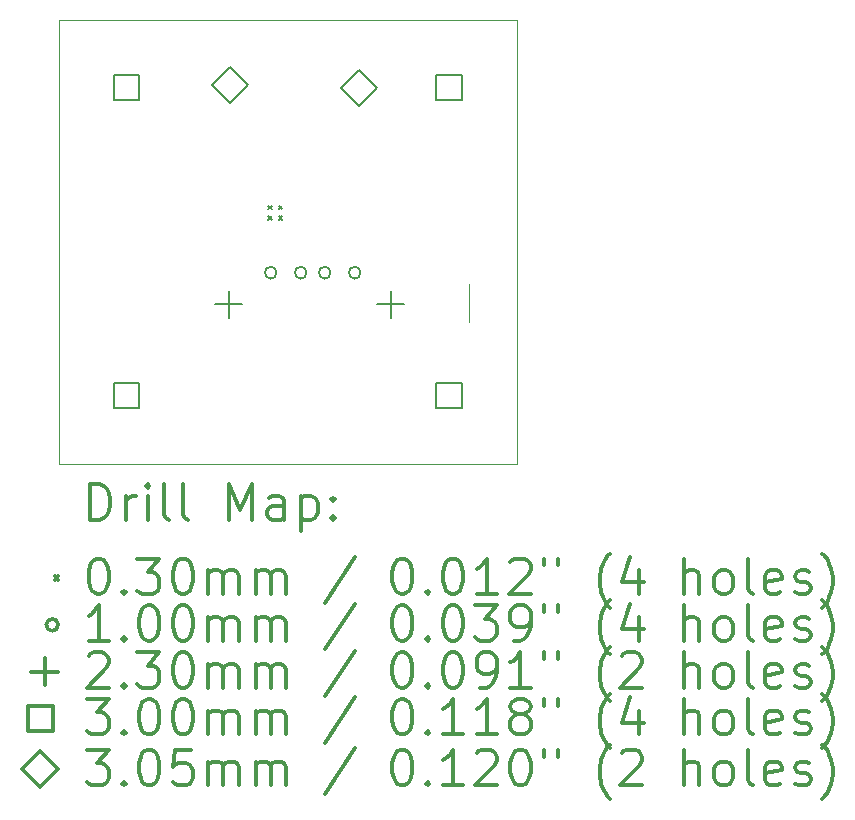
<source format=gbr>
%FSLAX45Y45*%
G04 Gerber Fmt 4.5, Leading zero omitted, Abs format (unit mm)*
G04 Created by KiCad (PCBNEW (2015-07-31 BZR 6030)-product) date Sat Sep 12 09:46:00 2015*
%MOMM*%
G01*
G04 APERTURE LIST*
%ADD10C,0.127000*%
%ADD11C,0.100000*%
%ADD12C,0.200000*%
%ADD13C,0.300000*%
G04 APERTURE END LIST*
D10*
D11*
X12507140Y-7814240D02*
X12507140Y-4055040D01*
X16383180Y-7814240D02*
X12507140Y-7814240D01*
X16383180Y-4055040D02*
X16383180Y-7814240D01*
X12507140Y-4055040D02*
X16383180Y-4055040D01*
X15979320Y-6292780D02*
X15979320Y-6610280D01*
D12*
X14279680Y-5625540D02*
X14309680Y-5655540D01*
X14309680Y-5625540D02*
X14279680Y-5655540D01*
X14279680Y-5715540D02*
X14309680Y-5745540D01*
X14309680Y-5715540D02*
X14279680Y-5745540D01*
X14369680Y-5625540D02*
X14399680Y-5655540D01*
X14399680Y-5625540D02*
X14369680Y-5655540D01*
X14369680Y-5715540D02*
X14399680Y-5745540D01*
X14399680Y-5715540D02*
X14369680Y-5745540D01*
X14351618Y-6193540D02*
G75*
G03X14351618Y-6193540I-50038J0D01*
G01*
X14605618Y-6193540D02*
G75*
G03X14605618Y-6193540I-50038J0D01*
G01*
X14808818Y-6193540D02*
G75*
G03X14808818Y-6193540I-50038J0D01*
G01*
X15062818Y-6193540D02*
G75*
G03X15062818Y-6193540I-50038J0D01*
G01*
X13945980Y-6345178D02*
X13945980Y-6575302D01*
X13830918Y-6460240D02*
X14061042Y-6460240D01*
X15317580Y-6345178D02*
X15317580Y-6575302D01*
X15202518Y-6460240D02*
X15432642Y-6460240D01*
X13187247Y-4732607D02*
X13187247Y-4520473D01*
X12975113Y-4520473D01*
X12975113Y-4732607D01*
X13187247Y-4732607D01*
X13187247Y-7336107D02*
X13187247Y-7123973D01*
X12975113Y-7123973D01*
X12975113Y-7336107D01*
X13187247Y-7336107D01*
X15917747Y-4732607D02*
X15917747Y-4520473D01*
X15705613Y-4520473D01*
X15705613Y-4732607D01*
X15917747Y-4732607D01*
X15917747Y-7336107D02*
X15917747Y-7123973D01*
X15705613Y-7123973D01*
X15705613Y-7336107D01*
X15917747Y-7336107D01*
X13958680Y-4758440D02*
X14111080Y-4606040D01*
X13958680Y-4453640D01*
X13806280Y-4606040D01*
X13958680Y-4758440D01*
X15049680Y-4778940D02*
X15202080Y-4626540D01*
X15049680Y-4474140D01*
X14897280Y-4626540D01*
X15049680Y-4778940D01*
D13*
X12773568Y-8284954D02*
X12773568Y-7984954D01*
X12844997Y-7984954D01*
X12887854Y-7999240D01*
X12916426Y-8027811D01*
X12930711Y-8056383D01*
X12944997Y-8113526D01*
X12944997Y-8156383D01*
X12930711Y-8213526D01*
X12916426Y-8242097D01*
X12887854Y-8270669D01*
X12844997Y-8284954D01*
X12773568Y-8284954D01*
X13073568Y-8284954D02*
X13073568Y-8084954D01*
X13073568Y-8142097D02*
X13087854Y-8113526D01*
X13102140Y-8099240D01*
X13130711Y-8084954D01*
X13159283Y-8084954D01*
X13259283Y-8284954D02*
X13259283Y-8084954D01*
X13259283Y-7984954D02*
X13244997Y-7999240D01*
X13259283Y-8013526D01*
X13273568Y-7999240D01*
X13259283Y-7984954D01*
X13259283Y-8013526D01*
X13444997Y-8284954D02*
X13416426Y-8270669D01*
X13402140Y-8242097D01*
X13402140Y-7984954D01*
X13602140Y-8284954D02*
X13573568Y-8270669D01*
X13559283Y-8242097D01*
X13559283Y-7984954D01*
X13944997Y-8284954D02*
X13944997Y-7984954D01*
X14044997Y-8199240D01*
X14144997Y-7984954D01*
X14144997Y-8284954D01*
X14416426Y-8284954D02*
X14416426Y-8127811D01*
X14402140Y-8099240D01*
X14373568Y-8084954D01*
X14316426Y-8084954D01*
X14287854Y-8099240D01*
X14416426Y-8270669D02*
X14387854Y-8284954D01*
X14316426Y-8284954D01*
X14287854Y-8270669D01*
X14273568Y-8242097D01*
X14273568Y-8213526D01*
X14287854Y-8184954D01*
X14316426Y-8170669D01*
X14387854Y-8170669D01*
X14416426Y-8156383D01*
X14559283Y-8084954D02*
X14559283Y-8384954D01*
X14559283Y-8099240D02*
X14587854Y-8084954D01*
X14644997Y-8084954D01*
X14673568Y-8099240D01*
X14687854Y-8113526D01*
X14702140Y-8142097D01*
X14702140Y-8227811D01*
X14687854Y-8256383D01*
X14673568Y-8270669D01*
X14644997Y-8284954D01*
X14587854Y-8284954D01*
X14559283Y-8270669D01*
X14830711Y-8256383D02*
X14844997Y-8270669D01*
X14830711Y-8284954D01*
X14816426Y-8270669D01*
X14830711Y-8256383D01*
X14830711Y-8284954D01*
X14830711Y-8099240D02*
X14844997Y-8113526D01*
X14830711Y-8127811D01*
X14816426Y-8113526D01*
X14830711Y-8099240D01*
X14830711Y-8127811D01*
X12472140Y-8764240D02*
X12502140Y-8794240D01*
X12502140Y-8764240D02*
X12472140Y-8794240D01*
X12830711Y-8614954D02*
X12859283Y-8614954D01*
X12887854Y-8629240D01*
X12902140Y-8643526D01*
X12916426Y-8672097D01*
X12930711Y-8729240D01*
X12930711Y-8800669D01*
X12916426Y-8857812D01*
X12902140Y-8886383D01*
X12887854Y-8900669D01*
X12859283Y-8914954D01*
X12830711Y-8914954D01*
X12802140Y-8900669D01*
X12787854Y-8886383D01*
X12773568Y-8857812D01*
X12759283Y-8800669D01*
X12759283Y-8729240D01*
X12773568Y-8672097D01*
X12787854Y-8643526D01*
X12802140Y-8629240D01*
X12830711Y-8614954D01*
X13059283Y-8886383D02*
X13073568Y-8900669D01*
X13059283Y-8914954D01*
X13044997Y-8900669D01*
X13059283Y-8886383D01*
X13059283Y-8914954D01*
X13173568Y-8614954D02*
X13359283Y-8614954D01*
X13259283Y-8729240D01*
X13302140Y-8729240D01*
X13330711Y-8743526D01*
X13344997Y-8757812D01*
X13359283Y-8786383D01*
X13359283Y-8857812D01*
X13344997Y-8886383D01*
X13330711Y-8900669D01*
X13302140Y-8914954D01*
X13216426Y-8914954D01*
X13187854Y-8900669D01*
X13173568Y-8886383D01*
X13544997Y-8614954D02*
X13573568Y-8614954D01*
X13602140Y-8629240D01*
X13616426Y-8643526D01*
X13630711Y-8672097D01*
X13644997Y-8729240D01*
X13644997Y-8800669D01*
X13630711Y-8857812D01*
X13616426Y-8886383D01*
X13602140Y-8900669D01*
X13573568Y-8914954D01*
X13544997Y-8914954D01*
X13516426Y-8900669D01*
X13502140Y-8886383D01*
X13487854Y-8857812D01*
X13473568Y-8800669D01*
X13473568Y-8729240D01*
X13487854Y-8672097D01*
X13502140Y-8643526D01*
X13516426Y-8629240D01*
X13544997Y-8614954D01*
X13773568Y-8914954D02*
X13773568Y-8714954D01*
X13773568Y-8743526D02*
X13787854Y-8729240D01*
X13816426Y-8714954D01*
X13859283Y-8714954D01*
X13887854Y-8729240D01*
X13902140Y-8757812D01*
X13902140Y-8914954D01*
X13902140Y-8757812D02*
X13916426Y-8729240D01*
X13944997Y-8714954D01*
X13987854Y-8714954D01*
X14016426Y-8729240D01*
X14030711Y-8757812D01*
X14030711Y-8914954D01*
X14173568Y-8914954D02*
X14173568Y-8714954D01*
X14173568Y-8743526D02*
X14187854Y-8729240D01*
X14216426Y-8714954D01*
X14259283Y-8714954D01*
X14287854Y-8729240D01*
X14302140Y-8757812D01*
X14302140Y-8914954D01*
X14302140Y-8757812D02*
X14316426Y-8729240D01*
X14344997Y-8714954D01*
X14387854Y-8714954D01*
X14416426Y-8729240D01*
X14430711Y-8757812D01*
X14430711Y-8914954D01*
X15016426Y-8600669D02*
X14759283Y-8986383D01*
X15402140Y-8614954D02*
X15430711Y-8614954D01*
X15459283Y-8629240D01*
X15473568Y-8643526D01*
X15487854Y-8672097D01*
X15502140Y-8729240D01*
X15502140Y-8800669D01*
X15487854Y-8857812D01*
X15473568Y-8886383D01*
X15459283Y-8900669D01*
X15430711Y-8914954D01*
X15402140Y-8914954D01*
X15373568Y-8900669D01*
X15359283Y-8886383D01*
X15344997Y-8857812D01*
X15330711Y-8800669D01*
X15330711Y-8729240D01*
X15344997Y-8672097D01*
X15359283Y-8643526D01*
X15373568Y-8629240D01*
X15402140Y-8614954D01*
X15630711Y-8886383D02*
X15644997Y-8900669D01*
X15630711Y-8914954D01*
X15616426Y-8900669D01*
X15630711Y-8886383D01*
X15630711Y-8914954D01*
X15830711Y-8614954D02*
X15859283Y-8614954D01*
X15887854Y-8629240D01*
X15902140Y-8643526D01*
X15916425Y-8672097D01*
X15930711Y-8729240D01*
X15930711Y-8800669D01*
X15916425Y-8857812D01*
X15902140Y-8886383D01*
X15887854Y-8900669D01*
X15859283Y-8914954D01*
X15830711Y-8914954D01*
X15802140Y-8900669D01*
X15787854Y-8886383D01*
X15773568Y-8857812D01*
X15759283Y-8800669D01*
X15759283Y-8729240D01*
X15773568Y-8672097D01*
X15787854Y-8643526D01*
X15802140Y-8629240D01*
X15830711Y-8614954D01*
X16216425Y-8914954D02*
X16044997Y-8914954D01*
X16130711Y-8914954D02*
X16130711Y-8614954D01*
X16102140Y-8657812D01*
X16073568Y-8686383D01*
X16044997Y-8700669D01*
X16330711Y-8643526D02*
X16344997Y-8629240D01*
X16373568Y-8614954D01*
X16444997Y-8614954D01*
X16473568Y-8629240D01*
X16487854Y-8643526D01*
X16502140Y-8672097D01*
X16502140Y-8700669D01*
X16487854Y-8743526D01*
X16316425Y-8914954D01*
X16502140Y-8914954D01*
X16616426Y-8614954D02*
X16616426Y-8672097D01*
X16730711Y-8614954D02*
X16730711Y-8672097D01*
X17173568Y-9029240D02*
X17159283Y-9014954D01*
X17130711Y-8972097D01*
X17116426Y-8943526D01*
X17102140Y-8900669D01*
X17087854Y-8829240D01*
X17087854Y-8772097D01*
X17102140Y-8700669D01*
X17116426Y-8657812D01*
X17130711Y-8629240D01*
X17159283Y-8586383D01*
X17173568Y-8572097D01*
X17416426Y-8714954D02*
X17416426Y-8914954D01*
X17344997Y-8600669D02*
X17273568Y-8814954D01*
X17459283Y-8814954D01*
X17802140Y-8914954D02*
X17802140Y-8614954D01*
X17930711Y-8914954D02*
X17930711Y-8757812D01*
X17916426Y-8729240D01*
X17887854Y-8714954D01*
X17844997Y-8714954D01*
X17816426Y-8729240D01*
X17802140Y-8743526D01*
X18116426Y-8914954D02*
X18087854Y-8900669D01*
X18073568Y-8886383D01*
X18059283Y-8857812D01*
X18059283Y-8772097D01*
X18073568Y-8743526D01*
X18087854Y-8729240D01*
X18116426Y-8714954D01*
X18159283Y-8714954D01*
X18187854Y-8729240D01*
X18202140Y-8743526D01*
X18216426Y-8772097D01*
X18216426Y-8857812D01*
X18202140Y-8886383D01*
X18187854Y-8900669D01*
X18159283Y-8914954D01*
X18116426Y-8914954D01*
X18387854Y-8914954D02*
X18359283Y-8900669D01*
X18344997Y-8872097D01*
X18344997Y-8614954D01*
X18616426Y-8900669D02*
X18587854Y-8914954D01*
X18530711Y-8914954D01*
X18502140Y-8900669D01*
X18487854Y-8872097D01*
X18487854Y-8757812D01*
X18502140Y-8729240D01*
X18530711Y-8714954D01*
X18587854Y-8714954D01*
X18616426Y-8729240D01*
X18630711Y-8757812D01*
X18630711Y-8786383D01*
X18487854Y-8814954D01*
X18744997Y-8900669D02*
X18773569Y-8914954D01*
X18830711Y-8914954D01*
X18859283Y-8900669D01*
X18873569Y-8872097D01*
X18873569Y-8857812D01*
X18859283Y-8829240D01*
X18830711Y-8814954D01*
X18787854Y-8814954D01*
X18759283Y-8800669D01*
X18744997Y-8772097D01*
X18744997Y-8757812D01*
X18759283Y-8729240D01*
X18787854Y-8714954D01*
X18830711Y-8714954D01*
X18859283Y-8729240D01*
X18973568Y-9029240D02*
X18987854Y-9014954D01*
X19016426Y-8972097D01*
X19030711Y-8943526D01*
X19044997Y-8900669D01*
X19059283Y-8829240D01*
X19059283Y-8772097D01*
X19044997Y-8700669D01*
X19030711Y-8657812D01*
X19016426Y-8629240D01*
X18987854Y-8586383D01*
X18973568Y-8572097D01*
X12502140Y-9175240D02*
G75*
G03X12502140Y-9175240I-50038J0D01*
G01*
X12930711Y-9310954D02*
X12759283Y-9310954D01*
X12844997Y-9310954D02*
X12844997Y-9010954D01*
X12816426Y-9053812D01*
X12787854Y-9082383D01*
X12759283Y-9096669D01*
X13059283Y-9282383D02*
X13073568Y-9296669D01*
X13059283Y-9310954D01*
X13044997Y-9296669D01*
X13059283Y-9282383D01*
X13059283Y-9310954D01*
X13259283Y-9010954D02*
X13287854Y-9010954D01*
X13316426Y-9025240D01*
X13330711Y-9039526D01*
X13344997Y-9068097D01*
X13359283Y-9125240D01*
X13359283Y-9196669D01*
X13344997Y-9253812D01*
X13330711Y-9282383D01*
X13316426Y-9296669D01*
X13287854Y-9310954D01*
X13259283Y-9310954D01*
X13230711Y-9296669D01*
X13216426Y-9282383D01*
X13202140Y-9253812D01*
X13187854Y-9196669D01*
X13187854Y-9125240D01*
X13202140Y-9068097D01*
X13216426Y-9039526D01*
X13230711Y-9025240D01*
X13259283Y-9010954D01*
X13544997Y-9010954D02*
X13573568Y-9010954D01*
X13602140Y-9025240D01*
X13616426Y-9039526D01*
X13630711Y-9068097D01*
X13644997Y-9125240D01*
X13644997Y-9196669D01*
X13630711Y-9253812D01*
X13616426Y-9282383D01*
X13602140Y-9296669D01*
X13573568Y-9310954D01*
X13544997Y-9310954D01*
X13516426Y-9296669D01*
X13502140Y-9282383D01*
X13487854Y-9253812D01*
X13473568Y-9196669D01*
X13473568Y-9125240D01*
X13487854Y-9068097D01*
X13502140Y-9039526D01*
X13516426Y-9025240D01*
X13544997Y-9010954D01*
X13773568Y-9310954D02*
X13773568Y-9110954D01*
X13773568Y-9139526D02*
X13787854Y-9125240D01*
X13816426Y-9110954D01*
X13859283Y-9110954D01*
X13887854Y-9125240D01*
X13902140Y-9153812D01*
X13902140Y-9310954D01*
X13902140Y-9153812D02*
X13916426Y-9125240D01*
X13944997Y-9110954D01*
X13987854Y-9110954D01*
X14016426Y-9125240D01*
X14030711Y-9153812D01*
X14030711Y-9310954D01*
X14173568Y-9310954D02*
X14173568Y-9110954D01*
X14173568Y-9139526D02*
X14187854Y-9125240D01*
X14216426Y-9110954D01*
X14259283Y-9110954D01*
X14287854Y-9125240D01*
X14302140Y-9153812D01*
X14302140Y-9310954D01*
X14302140Y-9153812D02*
X14316426Y-9125240D01*
X14344997Y-9110954D01*
X14387854Y-9110954D01*
X14416426Y-9125240D01*
X14430711Y-9153812D01*
X14430711Y-9310954D01*
X15016426Y-8996669D02*
X14759283Y-9382383D01*
X15402140Y-9010954D02*
X15430711Y-9010954D01*
X15459283Y-9025240D01*
X15473568Y-9039526D01*
X15487854Y-9068097D01*
X15502140Y-9125240D01*
X15502140Y-9196669D01*
X15487854Y-9253812D01*
X15473568Y-9282383D01*
X15459283Y-9296669D01*
X15430711Y-9310954D01*
X15402140Y-9310954D01*
X15373568Y-9296669D01*
X15359283Y-9282383D01*
X15344997Y-9253812D01*
X15330711Y-9196669D01*
X15330711Y-9125240D01*
X15344997Y-9068097D01*
X15359283Y-9039526D01*
X15373568Y-9025240D01*
X15402140Y-9010954D01*
X15630711Y-9282383D02*
X15644997Y-9296669D01*
X15630711Y-9310954D01*
X15616426Y-9296669D01*
X15630711Y-9282383D01*
X15630711Y-9310954D01*
X15830711Y-9010954D02*
X15859283Y-9010954D01*
X15887854Y-9025240D01*
X15902140Y-9039526D01*
X15916425Y-9068097D01*
X15930711Y-9125240D01*
X15930711Y-9196669D01*
X15916425Y-9253812D01*
X15902140Y-9282383D01*
X15887854Y-9296669D01*
X15859283Y-9310954D01*
X15830711Y-9310954D01*
X15802140Y-9296669D01*
X15787854Y-9282383D01*
X15773568Y-9253812D01*
X15759283Y-9196669D01*
X15759283Y-9125240D01*
X15773568Y-9068097D01*
X15787854Y-9039526D01*
X15802140Y-9025240D01*
X15830711Y-9010954D01*
X16030711Y-9010954D02*
X16216425Y-9010954D01*
X16116425Y-9125240D01*
X16159283Y-9125240D01*
X16187854Y-9139526D01*
X16202140Y-9153812D01*
X16216425Y-9182383D01*
X16216425Y-9253812D01*
X16202140Y-9282383D01*
X16187854Y-9296669D01*
X16159283Y-9310954D01*
X16073568Y-9310954D01*
X16044997Y-9296669D01*
X16030711Y-9282383D01*
X16359283Y-9310954D02*
X16416425Y-9310954D01*
X16444997Y-9296669D01*
X16459283Y-9282383D01*
X16487854Y-9239526D01*
X16502140Y-9182383D01*
X16502140Y-9068097D01*
X16487854Y-9039526D01*
X16473568Y-9025240D01*
X16444997Y-9010954D01*
X16387854Y-9010954D01*
X16359283Y-9025240D01*
X16344997Y-9039526D01*
X16330711Y-9068097D01*
X16330711Y-9139526D01*
X16344997Y-9168097D01*
X16359283Y-9182383D01*
X16387854Y-9196669D01*
X16444997Y-9196669D01*
X16473568Y-9182383D01*
X16487854Y-9168097D01*
X16502140Y-9139526D01*
X16616426Y-9010954D02*
X16616426Y-9068097D01*
X16730711Y-9010954D02*
X16730711Y-9068097D01*
X17173568Y-9425240D02*
X17159283Y-9410954D01*
X17130711Y-9368097D01*
X17116426Y-9339526D01*
X17102140Y-9296669D01*
X17087854Y-9225240D01*
X17087854Y-9168097D01*
X17102140Y-9096669D01*
X17116426Y-9053812D01*
X17130711Y-9025240D01*
X17159283Y-8982383D01*
X17173568Y-8968097D01*
X17416426Y-9110954D02*
X17416426Y-9310954D01*
X17344997Y-8996669D02*
X17273568Y-9210954D01*
X17459283Y-9210954D01*
X17802140Y-9310954D02*
X17802140Y-9010954D01*
X17930711Y-9310954D02*
X17930711Y-9153812D01*
X17916426Y-9125240D01*
X17887854Y-9110954D01*
X17844997Y-9110954D01*
X17816426Y-9125240D01*
X17802140Y-9139526D01*
X18116426Y-9310954D02*
X18087854Y-9296669D01*
X18073568Y-9282383D01*
X18059283Y-9253812D01*
X18059283Y-9168097D01*
X18073568Y-9139526D01*
X18087854Y-9125240D01*
X18116426Y-9110954D01*
X18159283Y-9110954D01*
X18187854Y-9125240D01*
X18202140Y-9139526D01*
X18216426Y-9168097D01*
X18216426Y-9253812D01*
X18202140Y-9282383D01*
X18187854Y-9296669D01*
X18159283Y-9310954D01*
X18116426Y-9310954D01*
X18387854Y-9310954D02*
X18359283Y-9296669D01*
X18344997Y-9268097D01*
X18344997Y-9010954D01*
X18616426Y-9296669D02*
X18587854Y-9310954D01*
X18530711Y-9310954D01*
X18502140Y-9296669D01*
X18487854Y-9268097D01*
X18487854Y-9153812D01*
X18502140Y-9125240D01*
X18530711Y-9110954D01*
X18587854Y-9110954D01*
X18616426Y-9125240D01*
X18630711Y-9153812D01*
X18630711Y-9182383D01*
X18487854Y-9210954D01*
X18744997Y-9296669D02*
X18773569Y-9310954D01*
X18830711Y-9310954D01*
X18859283Y-9296669D01*
X18873569Y-9268097D01*
X18873569Y-9253812D01*
X18859283Y-9225240D01*
X18830711Y-9210954D01*
X18787854Y-9210954D01*
X18759283Y-9196669D01*
X18744997Y-9168097D01*
X18744997Y-9153812D01*
X18759283Y-9125240D01*
X18787854Y-9110954D01*
X18830711Y-9110954D01*
X18859283Y-9125240D01*
X18973568Y-9425240D02*
X18987854Y-9410954D01*
X19016426Y-9368097D01*
X19030711Y-9339526D01*
X19044997Y-9296669D01*
X19059283Y-9225240D01*
X19059283Y-9168097D01*
X19044997Y-9096669D01*
X19030711Y-9053812D01*
X19016426Y-9025240D01*
X18987854Y-8982383D01*
X18973568Y-8968097D01*
X12387078Y-9456178D02*
X12387078Y-9686302D01*
X12272016Y-9571240D02*
X12502140Y-9571240D01*
X12759283Y-9435526D02*
X12773568Y-9421240D01*
X12802140Y-9406954D01*
X12873568Y-9406954D01*
X12902140Y-9421240D01*
X12916426Y-9435526D01*
X12930711Y-9464097D01*
X12930711Y-9492669D01*
X12916426Y-9535526D01*
X12744997Y-9706954D01*
X12930711Y-9706954D01*
X13059283Y-9678383D02*
X13073568Y-9692669D01*
X13059283Y-9706954D01*
X13044997Y-9692669D01*
X13059283Y-9678383D01*
X13059283Y-9706954D01*
X13173568Y-9406954D02*
X13359283Y-9406954D01*
X13259283Y-9521240D01*
X13302140Y-9521240D01*
X13330711Y-9535526D01*
X13344997Y-9549812D01*
X13359283Y-9578383D01*
X13359283Y-9649812D01*
X13344997Y-9678383D01*
X13330711Y-9692669D01*
X13302140Y-9706954D01*
X13216426Y-9706954D01*
X13187854Y-9692669D01*
X13173568Y-9678383D01*
X13544997Y-9406954D02*
X13573568Y-9406954D01*
X13602140Y-9421240D01*
X13616426Y-9435526D01*
X13630711Y-9464097D01*
X13644997Y-9521240D01*
X13644997Y-9592669D01*
X13630711Y-9649812D01*
X13616426Y-9678383D01*
X13602140Y-9692669D01*
X13573568Y-9706954D01*
X13544997Y-9706954D01*
X13516426Y-9692669D01*
X13502140Y-9678383D01*
X13487854Y-9649812D01*
X13473568Y-9592669D01*
X13473568Y-9521240D01*
X13487854Y-9464097D01*
X13502140Y-9435526D01*
X13516426Y-9421240D01*
X13544997Y-9406954D01*
X13773568Y-9706954D02*
X13773568Y-9506954D01*
X13773568Y-9535526D02*
X13787854Y-9521240D01*
X13816426Y-9506954D01*
X13859283Y-9506954D01*
X13887854Y-9521240D01*
X13902140Y-9549812D01*
X13902140Y-9706954D01*
X13902140Y-9549812D02*
X13916426Y-9521240D01*
X13944997Y-9506954D01*
X13987854Y-9506954D01*
X14016426Y-9521240D01*
X14030711Y-9549812D01*
X14030711Y-9706954D01*
X14173568Y-9706954D02*
X14173568Y-9506954D01*
X14173568Y-9535526D02*
X14187854Y-9521240D01*
X14216426Y-9506954D01*
X14259283Y-9506954D01*
X14287854Y-9521240D01*
X14302140Y-9549812D01*
X14302140Y-9706954D01*
X14302140Y-9549812D02*
X14316426Y-9521240D01*
X14344997Y-9506954D01*
X14387854Y-9506954D01*
X14416426Y-9521240D01*
X14430711Y-9549812D01*
X14430711Y-9706954D01*
X15016426Y-9392669D02*
X14759283Y-9778383D01*
X15402140Y-9406954D02*
X15430711Y-9406954D01*
X15459283Y-9421240D01*
X15473568Y-9435526D01*
X15487854Y-9464097D01*
X15502140Y-9521240D01*
X15502140Y-9592669D01*
X15487854Y-9649812D01*
X15473568Y-9678383D01*
X15459283Y-9692669D01*
X15430711Y-9706954D01*
X15402140Y-9706954D01*
X15373568Y-9692669D01*
X15359283Y-9678383D01*
X15344997Y-9649812D01*
X15330711Y-9592669D01*
X15330711Y-9521240D01*
X15344997Y-9464097D01*
X15359283Y-9435526D01*
X15373568Y-9421240D01*
X15402140Y-9406954D01*
X15630711Y-9678383D02*
X15644997Y-9692669D01*
X15630711Y-9706954D01*
X15616426Y-9692669D01*
X15630711Y-9678383D01*
X15630711Y-9706954D01*
X15830711Y-9406954D02*
X15859283Y-9406954D01*
X15887854Y-9421240D01*
X15902140Y-9435526D01*
X15916425Y-9464097D01*
X15930711Y-9521240D01*
X15930711Y-9592669D01*
X15916425Y-9649812D01*
X15902140Y-9678383D01*
X15887854Y-9692669D01*
X15859283Y-9706954D01*
X15830711Y-9706954D01*
X15802140Y-9692669D01*
X15787854Y-9678383D01*
X15773568Y-9649812D01*
X15759283Y-9592669D01*
X15759283Y-9521240D01*
X15773568Y-9464097D01*
X15787854Y-9435526D01*
X15802140Y-9421240D01*
X15830711Y-9406954D01*
X16073568Y-9706954D02*
X16130711Y-9706954D01*
X16159283Y-9692669D01*
X16173568Y-9678383D01*
X16202140Y-9635526D01*
X16216425Y-9578383D01*
X16216425Y-9464097D01*
X16202140Y-9435526D01*
X16187854Y-9421240D01*
X16159283Y-9406954D01*
X16102140Y-9406954D01*
X16073568Y-9421240D01*
X16059283Y-9435526D01*
X16044997Y-9464097D01*
X16044997Y-9535526D01*
X16059283Y-9564097D01*
X16073568Y-9578383D01*
X16102140Y-9592669D01*
X16159283Y-9592669D01*
X16187854Y-9578383D01*
X16202140Y-9564097D01*
X16216425Y-9535526D01*
X16502140Y-9706954D02*
X16330711Y-9706954D01*
X16416425Y-9706954D02*
X16416425Y-9406954D01*
X16387854Y-9449812D01*
X16359283Y-9478383D01*
X16330711Y-9492669D01*
X16616426Y-9406954D02*
X16616426Y-9464097D01*
X16730711Y-9406954D02*
X16730711Y-9464097D01*
X17173568Y-9821240D02*
X17159283Y-9806954D01*
X17130711Y-9764097D01*
X17116426Y-9735526D01*
X17102140Y-9692669D01*
X17087854Y-9621240D01*
X17087854Y-9564097D01*
X17102140Y-9492669D01*
X17116426Y-9449812D01*
X17130711Y-9421240D01*
X17159283Y-9378383D01*
X17173568Y-9364097D01*
X17273568Y-9435526D02*
X17287854Y-9421240D01*
X17316426Y-9406954D01*
X17387854Y-9406954D01*
X17416426Y-9421240D01*
X17430711Y-9435526D01*
X17444997Y-9464097D01*
X17444997Y-9492669D01*
X17430711Y-9535526D01*
X17259283Y-9706954D01*
X17444997Y-9706954D01*
X17802140Y-9706954D02*
X17802140Y-9406954D01*
X17930711Y-9706954D02*
X17930711Y-9549812D01*
X17916426Y-9521240D01*
X17887854Y-9506954D01*
X17844997Y-9506954D01*
X17816426Y-9521240D01*
X17802140Y-9535526D01*
X18116426Y-9706954D02*
X18087854Y-9692669D01*
X18073568Y-9678383D01*
X18059283Y-9649812D01*
X18059283Y-9564097D01*
X18073568Y-9535526D01*
X18087854Y-9521240D01*
X18116426Y-9506954D01*
X18159283Y-9506954D01*
X18187854Y-9521240D01*
X18202140Y-9535526D01*
X18216426Y-9564097D01*
X18216426Y-9649812D01*
X18202140Y-9678383D01*
X18187854Y-9692669D01*
X18159283Y-9706954D01*
X18116426Y-9706954D01*
X18387854Y-9706954D02*
X18359283Y-9692669D01*
X18344997Y-9664097D01*
X18344997Y-9406954D01*
X18616426Y-9692669D02*
X18587854Y-9706954D01*
X18530711Y-9706954D01*
X18502140Y-9692669D01*
X18487854Y-9664097D01*
X18487854Y-9549812D01*
X18502140Y-9521240D01*
X18530711Y-9506954D01*
X18587854Y-9506954D01*
X18616426Y-9521240D01*
X18630711Y-9549812D01*
X18630711Y-9578383D01*
X18487854Y-9606954D01*
X18744997Y-9692669D02*
X18773569Y-9706954D01*
X18830711Y-9706954D01*
X18859283Y-9692669D01*
X18873569Y-9664097D01*
X18873569Y-9649812D01*
X18859283Y-9621240D01*
X18830711Y-9606954D01*
X18787854Y-9606954D01*
X18759283Y-9592669D01*
X18744997Y-9564097D01*
X18744997Y-9549812D01*
X18759283Y-9521240D01*
X18787854Y-9506954D01*
X18830711Y-9506954D01*
X18859283Y-9521240D01*
X18973568Y-9821240D02*
X18987854Y-9806954D01*
X19016426Y-9764097D01*
X19030711Y-9735526D01*
X19044997Y-9692669D01*
X19059283Y-9621240D01*
X19059283Y-9564097D01*
X19044997Y-9492669D01*
X19030711Y-9449812D01*
X19016426Y-9421240D01*
X18987854Y-9378383D01*
X18973568Y-9364097D01*
X12458207Y-10073307D02*
X12458207Y-9861173D01*
X12246073Y-9861173D01*
X12246073Y-10073307D01*
X12458207Y-10073307D01*
X12744997Y-9802954D02*
X12930711Y-9802954D01*
X12830711Y-9917240D01*
X12873568Y-9917240D01*
X12902140Y-9931526D01*
X12916426Y-9945812D01*
X12930711Y-9974383D01*
X12930711Y-10045812D01*
X12916426Y-10074383D01*
X12902140Y-10088669D01*
X12873568Y-10102954D01*
X12787854Y-10102954D01*
X12759283Y-10088669D01*
X12744997Y-10074383D01*
X13059283Y-10074383D02*
X13073568Y-10088669D01*
X13059283Y-10102954D01*
X13044997Y-10088669D01*
X13059283Y-10074383D01*
X13059283Y-10102954D01*
X13259283Y-9802954D02*
X13287854Y-9802954D01*
X13316426Y-9817240D01*
X13330711Y-9831526D01*
X13344997Y-9860097D01*
X13359283Y-9917240D01*
X13359283Y-9988669D01*
X13344997Y-10045812D01*
X13330711Y-10074383D01*
X13316426Y-10088669D01*
X13287854Y-10102954D01*
X13259283Y-10102954D01*
X13230711Y-10088669D01*
X13216426Y-10074383D01*
X13202140Y-10045812D01*
X13187854Y-9988669D01*
X13187854Y-9917240D01*
X13202140Y-9860097D01*
X13216426Y-9831526D01*
X13230711Y-9817240D01*
X13259283Y-9802954D01*
X13544997Y-9802954D02*
X13573568Y-9802954D01*
X13602140Y-9817240D01*
X13616426Y-9831526D01*
X13630711Y-9860097D01*
X13644997Y-9917240D01*
X13644997Y-9988669D01*
X13630711Y-10045812D01*
X13616426Y-10074383D01*
X13602140Y-10088669D01*
X13573568Y-10102954D01*
X13544997Y-10102954D01*
X13516426Y-10088669D01*
X13502140Y-10074383D01*
X13487854Y-10045812D01*
X13473568Y-9988669D01*
X13473568Y-9917240D01*
X13487854Y-9860097D01*
X13502140Y-9831526D01*
X13516426Y-9817240D01*
X13544997Y-9802954D01*
X13773568Y-10102954D02*
X13773568Y-9902954D01*
X13773568Y-9931526D02*
X13787854Y-9917240D01*
X13816426Y-9902954D01*
X13859283Y-9902954D01*
X13887854Y-9917240D01*
X13902140Y-9945812D01*
X13902140Y-10102954D01*
X13902140Y-9945812D02*
X13916426Y-9917240D01*
X13944997Y-9902954D01*
X13987854Y-9902954D01*
X14016426Y-9917240D01*
X14030711Y-9945812D01*
X14030711Y-10102954D01*
X14173568Y-10102954D02*
X14173568Y-9902954D01*
X14173568Y-9931526D02*
X14187854Y-9917240D01*
X14216426Y-9902954D01*
X14259283Y-9902954D01*
X14287854Y-9917240D01*
X14302140Y-9945812D01*
X14302140Y-10102954D01*
X14302140Y-9945812D02*
X14316426Y-9917240D01*
X14344997Y-9902954D01*
X14387854Y-9902954D01*
X14416426Y-9917240D01*
X14430711Y-9945812D01*
X14430711Y-10102954D01*
X15016426Y-9788669D02*
X14759283Y-10174383D01*
X15402140Y-9802954D02*
X15430711Y-9802954D01*
X15459283Y-9817240D01*
X15473568Y-9831526D01*
X15487854Y-9860097D01*
X15502140Y-9917240D01*
X15502140Y-9988669D01*
X15487854Y-10045812D01*
X15473568Y-10074383D01*
X15459283Y-10088669D01*
X15430711Y-10102954D01*
X15402140Y-10102954D01*
X15373568Y-10088669D01*
X15359283Y-10074383D01*
X15344997Y-10045812D01*
X15330711Y-9988669D01*
X15330711Y-9917240D01*
X15344997Y-9860097D01*
X15359283Y-9831526D01*
X15373568Y-9817240D01*
X15402140Y-9802954D01*
X15630711Y-10074383D02*
X15644997Y-10088669D01*
X15630711Y-10102954D01*
X15616426Y-10088669D01*
X15630711Y-10074383D01*
X15630711Y-10102954D01*
X15930711Y-10102954D02*
X15759283Y-10102954D01*
X15844997Y-10102954D02*
X15844997Y-9802954D01*
X15816425Y-9845812D01*
X15787854Y-9874383D01*
X15759283Y-9888669D01*
X16216425Y-10102954D02*
X16044997Y-10102954D01*
X16130711Y-10102954D02*
X16130711Y-9802954D01*
X16102140Y-9845812D01*
X16073568Y-9874383D01*
X16044997Y-9888669D01*
X16387854Y-9931526D02*
X16359283Y-9917240D01*
X16344997Y-9902954D01*
X16330711Y-9874383D01*
X16330711Y-9860097D01*
X16344997Y-9831526D01*
X16359283Y-9817240D01*
X16387854Y-9802954D01*
X16444997Y-9802954D01*
X16473568Y-9817240D01*
X16487854Y-9831526D01*
X16502140Y-9860097D01*
X16502140Y-9874383D01*
X16487854Y-9902954D01*
X16473568Y-9917240D01*
X16444997Y-9931526D01*
X16387854Y-9931526D01*
X16359283Y-9945812D01*
X16344997Y-9960097D01*
X16330711Y-9988669D01*
X16330711Y-10045812D01*
X16344997Y-10074383D01*
X16359283Y-10088669D01*
X16387854Y-10102954D01*
X16444997Y-10102954D01*
X16473568Y-10088669D01*
X16487854Y-10074383D01*
X16502140Y-10045812D01*
X16502140Y-9988669D01*
X16487854Y-9960097D01*
X16473568Y-9945812D01*
X16444997Y-9931526D01*
X16616426Y-9802954D02*
X16616426Y-9860097D01*
X16730711Y-9802954D02*
X16730711Y-9860097D01*
X17173568Y-10217240D02*
X17159283Y-10202954D01*
X17130711Y-10160097D01*
X17116426Y-10131526D01*
X17102140Y-10088669D01*
X17087854Y-10017240D01*
X17087854Y-9960097D01*
X17102140Y-9888669D01*
X17116426Y-9845812D01*
X17130711Y-9817240D01*
X17159283Y-9774383D01*
X17173568Y-9760097D01*
X17416426Y-9902954D02*
X17416426Y-10102954D01*
X17344997Y-9788669D02*
X17273568Y-10002954D01*
X17459283Y-10002954D01*
X17802140Y-10102954D02*
X17802140Y-9802954D01*
X17930711Y-10102954D02*
X17930711Y-9945812D01*
X17916426Y-9917240D01*
X17887854Y-9902954D01*
X17844997Y-9902954D01*
X17816426Y-9917240D01*
X17802140Y-9931526D01*
X18116426Y-10102954D02*
X18087854Y-10088669D01*
X18073568Y-10074383D01*
X18059283Y-10045812D01*
X18059283Y-9960097D01*
X18073568Y-9931526D01*
X18087854Y-9917240D01*
X18116426Y-9902954D01*
X18159283Y-9902954D01*
X18187854Y-9917240D01*
X18202140Y-9931526D01*
X18216426Y-9960097D01*
X18216426Y-10045812D01*
X18202140Y-10074383D01*
X18187854Y-10088669D01*
X18159283Y-10102954D01*
X18116426Y-10102954D01*
X18387854Y-10102954D02*
X18359283Y-10088669D01*
X18344997Y-10060097D01*
X18344997Y-9802954D01*
X18616426Y-10088669D02*
X18587854Y-10102954D01*
X18530711Y-10102954D01*
X18502140Y-10088669D01*
X18487854Y-10060097D01*
X18487854Y-9945812D01*
X18502140Y-9917240D01*
X18530711Y-9902954D01*
X18587854Y-9902954D01*
X18616426Y-9917240D01*
X18630711Y-9945812D01*
X18630711Y-9974383D01*
X18487854Y-10002954D01*
X18744997Y-10088669D02*
X18773569Y-10102954D01*
X18830711Y-10102954D01*
X18859283Y-10088669D01*
X18873569Y-10060097D01*
X18873569Y-10045812D01*
X18859283Y-10017240D01*
X18830711Y-10002954D01*
X18787854Y-10002954D01*
X18759283Y-9988669D01*
X18744997Y-9960097D01*
X18744997Y-9945812D01*
X18759283Y-9917240D01*
X18787854Y-9902954D01*
X18830711Y-9902954D01*
X18859283Y-9917240D01*
X18973568Y-10217240D02*
X18987854Y-10202954D01*
X19016426Y-10160097D01*
X19030711Y-10131526D01*
X19044997Y-10088669D01*
X19059283Y-10017240D01*
X19059283Y-9960097D01*
X19044997Y-9888669D01*
X19030711Y-9845812D01*
X19016426Y-9817240D01*
X18987854Y-9774383D01*
X18973568Y-9760097D01*
X12349740Y-10549640D02*
X12502140Y-10397240D01*
X12349740Y-10244840D01*
X12197340Y-10397240D01*
X12349740Y-10549640D01*
X12744997Y-10232954D02*
X12930711Y-10232954D01*
X12830711Y-10347240D01*
X12873568Y-10347240D01*
X12902140Y-10361526D01*
X12916426Y-10375812D01*
X12930711Y-10404383D01*
X12930711Y-10475812D01*
X12916426Y-10504383D01*
X12902140Y-10518669D01*
X12873568Y-10532954D01*
X12787854Y-10532954D01*
X12759283Y-10518669D01*
X12744997Y-10504383D01*
X13059283Y-10504383D02*
X13073568Y-10518669D01*
X13059283Y-10532954D01*
X13044997Y-10518669D01*
X13059283Y-10504383D01*
X13059283Y-10532954D01*
X13259283Y-10232954D02*
X13287854Y-10232954D01*
X13316426Y-10247240D01*
X13330711Y-10261526D01*
X13344997Y-10290097D01*
X13359283Y-10347240D01*
X13359283Y-10418669D01*
X13344997Y-10475812D01*
X13330711Y-10504383D01*
X13316426Y-10518669D01*
X13287854Y-10532954D01*
X13259283Y-10532954D01*
X13230711Y-10518669D01*
X13216426Y-10504383D01*
X13202140Y-10475812D01*
X13187854Y-10418669D01*
X13187854Y-10347240D01*
X13202140Y-10290097D01*
X13216426Y-10261526D01*
X13230711Y-10247240D01*
X13259283Y-10232954D01*
X13630711Y-10232954D02*
X13487854Y-10232954D01*
X13473568Y-10375812D01*
X13487854Y-10361526D01*
X13516426Y-10347240D01*
X13587854Y-10347240D01*
X13616426Y-10361526D01*
X13630711Y-10375812D01*
X13644997Y-10404383D01*
X13644997Y-10475812D01*
X13630711Y-10504383D01*
X13616426Y-10518669D01*
X13587854Y-10532954D01*
X13516426Y-10532954D01*
X13487854Y-10518669D01*
X13473568Y-10504383D01*
X13773568Y-10532954D02*
X13773568Y-10332954D01*
X13773568Y-10361526D02*
X13787854Y-10347240D01*
X13816426Y-10332954D01*
X13859283Y-10332954D01*
X13887854Y-10347240D01*
X13902140Y-10375812D01*
X13902140Y-10532954D01*
X13902140Y-10375812D02*
X13916426Y-10347240D01*
X13944997Y-10332954D01*
X13987854Y-10332954D01*
X14016426Y-10347240D01*
X14030711Y-10375812D01*
X14030711Y-10532954D01*
X14173568Y-10532954D02*
X14173568Y-10332954D01*
X14173568Y-10361526D02*
X14187854Y-10347240D01*
X14216426Y-10332954D01*
X14259283Y-10332954D01*
X14287854Y-10347240D01*
X14302140Y-10375812D01*
X14302140Y-10532954D01*
X14302140Y-10375812D02*
X14316426Y-10347240D01*
X14344997Y-10332954D01*
X14387854Y-10332954D01*
X14416426Y-10347240D01*
X14430711Y-10375812D01*
X14430711Y-10532954D01*
X15016426Y-10218669D02*
X14759283Y-10604383D01*
X15402140Y-10232954D02*
X15430711Y-10232954D01*
X15459283Y-10247240D01*
X15473568Y-10261526D01*
X15487854Y-10290097D01*
X15502140Y-10347240D01*
X15502140Y-10418669D01*
X15487854Y-10475812D01*
X15473568Y-10504383D01*
X15459283Y-10518669D01*
X15430711Y-10532954D01*
X15402140Y-10532954D01*
X15373568Y-10518669D01*
X15359283Y-10504383D01*
X15344997Y-10475812D01*
X15330711Y-10418669D01*
X15330711Y-10347240D01*
X15344997Y-10290097D01*
X15359283Y-10261526D01*
X15373568Y-10247240D01*
X15402140Y-10232954D01*
X15630711Y-10504383D02*
X15644997Y-10518669D01*
X15630711Y-10532954D01*
X15616426Y-10518669D01*
X15630711Y-10504383D01*
X15630711Y-10532954D01*
X15930711Y-10532954D02*
X15759283Y-10532954D01*
X15844997Y-10532954D02*
X15844997Y-10232954D01*
X15816425Y-10275812D01*
X15787854Y-10304383D01*
X15759283Y-10318669D01*
X16044997Y-10261526D02*
X16059283Y-10247240D01*
X16087854Y-10232954D01*
X16159283Y-10232954D01*
X16187854Y-10247240D01*
X16202140Y-10261526D01*
X16216425Y-10290097D01*
X16216425Y-10318669D01*
X16202140Y-10361526D01*
X16030711Y-10532954D01*
X16216425Y-10532954D01*
X16402140Y-10232954D02*
X16430711Y-10232954D01*
X16459283Y-10247240D01*
X16473568Y-10261526D01*
X16487854Y-10290097D01*
X16502140Y-10347240D01*
X16502140Y-10418669D01*
X16487854Y-10475812D01*
X16473568Y-10504383D01*
X16459283Y-10518669D01*
X16430711Y-10532954D01*
X16402140Y-10532954D01*
X16373568Y-10518669D01*
X16359283Y-10504383D01*
X16344997Y-10475812D01*
X16330711Y-10418669D01*
X16330711Y-10347240D01*
X16344997Y-10290097D01*
X16359283Y-10261526D01*
X16373568Y-10247240D01*
X16402140Y-10232954D01*
X16616426Y-10232954D02*
X16616426Y-10290097D01*
X16730711Y-10232954D02*
X16730711Y-10290097D01*
X17173568Y-10647240D02*
X17159283Y-10632954D01*
X17130711Y-10590097D01*
X17116426Y-10561526D01*
X17102140Y-10518669D01*
X17087854Y-10447240D01*
X17087854Y-10390097D01*
X17102140Y-10318669D01*
X17116426Y-10275812D01*
X17130711Y-10247240D01*
X17159283Y-10204383D01*
X17173568Y-10190097D01*
X17273568Y-10261526D02*
X17287854Y-10247240D01*
X17316426Y-10232954D01*
X17387854Y-10232954D01*
X17416426Y-10247240D01*
X17430711Y-10261526D01*
X17444997Y-10290097D01*
X17444997Y-10318669D01*
X17430711Y-10361526D01*
X17259283Y-10532954D01*
X17444997Y-10532954D01*
X17802140Y-10532954D02*
X17802140Y-10232954D01*
X17930711Y-10532954D02*
X17930711Y-10375812D01*
X17916426Y-10347240D01*
X17887854Y-10332954D01*
X17844997Y-10332954D01*
X17816426Y-10347240D01*
X17802140Y-10361526D01*
X18116426Y-10532954D02*
X18087854Y-10518669D01*
X18073568Y-10504383D01*
X18059283Y-10475812D01*
X18059283Y-10390097D01*
X18073568Y-10361526D01*
X18087854Y-10347240D01*
X18116426Y-10332954D01*
X18159283Y-10332954D01*
X18187854Y-10347240D01*
X18202140Y-10361526D01*
X18216426Y-10390097D01*
X18216426Y-10475812D01*
X18202140Y-10504383D01*
X18187854Y-10518669D01*
X18159283Y-10532954D01*
X18116426Y-10532954D01*
X18387854Y-10532954D02*
X18359283Y-10518669D01*
X18344997Y-10490097D01*
X18344997Y-10232954D01*
X18616426Y-10518669D02*
X18587854Y-10532954D01*
X18530711Y-10532954D01*
X18502140Y-10518669D01*
X18487854Y-10490097D01*
X18487854Y-10375812D01*
X18502140Y-10347240D01*
X18530711Y-10332954D01*
X18587854Y-10332954D01*
X18616426Y-10347240D01*
X18630711Y-10375812D01*
X18630711Y-10404383D01*
X18487854Y-10432954D01*
X18744997Y-10518669D02*
X18773569Y-10532954D01*
X18830711Y-10532954D01*
X18859283Y-10518669D01*
X18873569Y-10490097D01*
X18873569Y-10475812D01*
X18859283Y-10447240D01*
X18830711Y-10432954D01*
X18787854Y-10432954D01*
X18759283Y-10418669D01*
X18744997Y-10390097D01*
X18744997Y-10375812D01*
X18759283Y-10347240D01*
X18787854Y-10332954D01*
X18830711Y-10332954D01*
X18859283Y-10347240D01*
X18973568Y-10647240D02*
X18987854Y-10632954D01*
X19016426Y-10590097D01*
X19030711Y-10561526D01*
X19044997Y-10518669D01*
X19059283Y-10447240D01*
X19059283Y-10390097D01*
X19044997Y-10318669D01*
X19030711Y-10275812D01*
X19016426Y-10247240D01*
X18987854Y-10204383D01*
X18973568Y-10190097D01*
M02*

</source>
